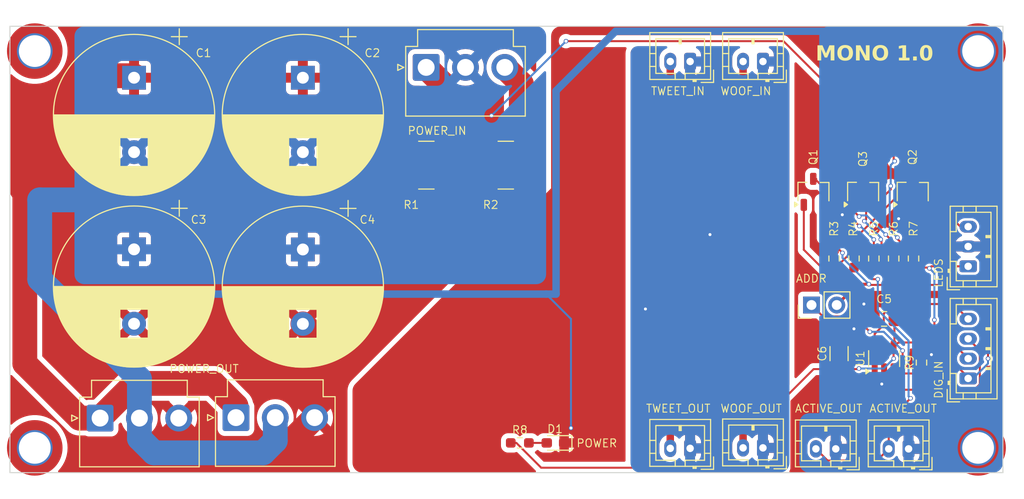
<source format=kicad_pcb>
(kicad_pcb (version 20240108) (generator "pcbnew") (generator_version "8.0")
  (layers (0 "F.Cu" signal) (31 "B.Cu" signal) (34 "B.Paste" user) (35 "F.Paste" user) (36 "B.SilkS" user "B.Silkscreen") (37 "F.SilkS" user "F.Silkscreen") (38 "B.Mask" user) (39 "F.Mask" user) (44 "Edge.Cuts" user))
  (net 0 "")
  (net 1 "VM")
  (net 2 "VP")
  (net 3 "PGND")
  (net 4 "POS")
  (net 5 "NEG")
  (net 6 "3V3")
  (net 7 "SCL")
  (net 8 "SDA")
  (net 9 "TWEETER")
  (net 10 "WOOFER")
  (net 11 "ACTIVE_IN")
  (net 12 "ACTIVE_OUT")
  (net 13 "AGND")
  (net 14 "Net-(Q1-B)")
  (net 15 "Net-(Q1-C)")
  (net 16 "Net-(Q2-B)")
  (net 17 "Net-(Q3-B)")
  (net 18 "ACTIVE_NEG")
  (net 19 "Net-(D1-A)")
  (net 20 "Net-(J12-Pin_1)")
  (footprint "Capacitor_THT:CP_Radial_D16.0mm_P7.50mm" (layer "F.Cu") (at 98.4 95.987246 -90)
    (property "Reference" "C3" (at -2.987246 -6.5 0) (layer "F.SilkS") (effects (font (size 0.8 0.8) (thickness 0.1))))
    (property "Value" "2200u 50V")
    (pad "1" thru_hole rect (at 0 0 270) (size 2.4 2.4) (drill 1.2) (layers "*.Cu" "*.Mask") (net 3 "PGND"))
    (pad "2" thru_hole circle (at 7.5 0 270) (size 2.4 2.4) (drill 1.2) (layers "*.Cu" "*.Mask") (net 5 "NEG"))
  )
  (footprint "Connector_JST:JST_PH_B2B-PH-K_1x02_P2.00mm_Vertical" (layer "F.Cu") (at 154.4 116.05 180)
    (property "Reference" "J9" (hide yes))
    (property "Value" "Conn_01x02_Pin")
    (pad "1" thru_hole roundrect (at 0 0 180) (size 1.2 1.75) (drill 0.75) (layers "*.Cu" "*.Mask") (roundrect_rratio 0.208333) (net 13 "AGND"))
    (pad "2" thru_hole oval (at 2 0 180) (size 1.2 1.75) (drill 0.75) (layers "*.Cu" "*.Mask") (net 9 "TWEETER"))
  )
  (footprint "Connector_JST:JST_PH_B2B-PH-K_1x02_P2.00mm_Vertical" (layer "F.Cu") (at 161.733333 77.05 180)
    (property "Reference" "J3" (hide yes))
    (property "Value" "Conn_01x02_Pin")
    (pad "1" thru_hole roundrect (at 0 0 180) (size 1.2 1.75) (drill 0.75) (layers "*.Cu" "*.Mask") (roundrect_rratio 0.208333) (net 13 "AGND"))
    (pad "2" thru_hole oval (at 2 0 180) (size 1.2 1.75) (drill 0.75) (layers "*.Cu" "*.Mask") (net 10 "WOOFER"))
  )
  (footprint "Capacitor_THT:CP_Radial_D16.0mm_P7.50mm" (layer "F.Cu") (at 98.4 78.687246 -90)
    (property "Reference" "C1" (at -2.487246 -7 0) (layer "F.SilkS") (effects (font (size 0.8 0.8) (thickness 0.1))))
    (property "Value" "2200u 50V")
    (pad "1" thru_hole rect (at 0 0 270) (size 2.4 2.4) (drill 1.2) (layers "*.Cu" "*.Mask") (net 4 "POS"))
    (pad "2" thru_hole circle (at 7.5 0 270) (size 2.4 2.4) (drill 1.2) (layers "*.Cu" "*.Mask") (net 3 "PGND"))
  )
  (footprint "Resistor_SMD:R_0603_1608Metric_Pad0.98x0.95mm_HandSolder" (layer "F.Cu") (at 174.9 96.9125 90)
    (property "Reference" "R6" (at 3 0 90) (layer "F.SilkS") (effects (font (size 0.8 0.8) (thickness 0.1))))
    (property "Value" "10K")
    (pad "1" smd roundrect (at -0.9125 0 90) (size 0.975 0.95) (layers "F.Cu" "F.Paste" "F.Mask") (net 5 "NEG"))
    (pad "2" smd roundrect (at 0.9125 0 90) (size 0.975 0.95) (layers "F.Cu" "F.Paste" "F.Mask") (net 17 "Net-(Q3-B)"))
  )
  (footprint "MountingHole:MountingHole_3.2mm_M3_DIN965_Pad_TopOnly" (layer "F.Cu") (at 88.4 76 90)
    (property "Reference" "H1" (hide yes))
    (property "Value" "MountingHole")
    (pad "1" thru_hole circle (at 0 0 90) (size 3.6 3.6) (drill 3.2) (layers "*.Cu" "*.Mask"))
    (pad "1" connect circle (at 0 0 90) (size 5.6 5.6) (layers "F.Cu" "F.Mask"))
  )
  (footprint "MountingHole:MountingHole_3.2mm_M3_DIN965_Pad_TopOnly" (layer "F.Cu") (at 88.4 116 90)
    (property "Reference" "H3" (hide yes))
    (property "Value" "MountingHole")
    (pad "1" thru_hole circle (at 0 0 90) (size 3.6 3.6) (drill 3.2) (layers "*.Cu" "*.Mask"))
    (pad "1" connect circle (at 0 0 90) (size 5.6 5.6) (layers "F.Cu" "F.Mask"))
  )
  (footprint "MountingHole:MountingHole_3.2mm_M3_DIN965_Pad_TopOnly" (layer "F.Cu") (at 183.4 76 90)
    (property "Reference" "H2" (hide yes))
    (property "Value" "MountingHole")
    (pad "1" thru_hole circle (at 0 0 90) (size 3.6 3.6) (drill 3.2) (layers "*.Cu" "*.Mask"))
    (pad "1" connect circle (at 0 0 90) (size 5.6 5.6) (layers "F.Cu" "F.Mask"))
  )
  (footprint "Connector_JST:JST_VH_B3P-VH-B_1x03_P3.96mm_Vertical" (layer "F.Cu") (at 108.6625 112.95)
    (property "Reference" "J7" (hide yes))
    (property "Value" "Conn_01x03_Male")
    (pad "1" thru_hole roundrect (at 0 0) (size 2.7 2.7) (drill 1.7) (layers "*.Cu" "*.Mask") (roundrect_rratio 0.092593) (net 4 "POS"))
    (pad "2" thru_hole circle (at 3.96 0) (size 2.7 2.7) (drill 1.7) (layers "*.Cu" "*.Mask") (net 3 "PGND"))
    (pad "3" thru_hole circle (at 7.92 0) (size 2.7 2.7) (drill 1.7) (layers "*.Cu" "*.Mask") (net 5 "NEG"))
  )
  (footprint "Connector_JST:JST_VH_B3P-VH-B_1x03_P3.96mm_Vertical" (layer "F.Cu") (at 94.98 113)
    (property "Reference" "J6" (hide yes))
    (property "Value" "Conn_01x03_Male")
    (pad "1" thru_hole roundrect (at 0 0) (size 2.7 2.7) (drill 1.7) (layers "*.Cu" "*.Mask") (roundrect_rratio 0.092593) (net 4 "POS"))
    (pad "2" thru_hole circle (at 3.96 0) (size 2.7 2.7) (drill 1.7) (layers "*.Cu" "*.Mask") (net 3 "PGND"))
    (pad "3" thru_hole circle (at 7.92 0) (size 2.7 2.7) (drill 1.7) (layers "*.Cu" "*.Mask") (net 5 "NEG"))
  )
  (footprint "Package_TO_SOT_SMD:TSOT-23" (layer "F.Cu") (at 166.8 90.19 90)
    (property "Reference" "Q1" (at 3.5 0 90) (layer "F.SilkS") (effects (font (size 0.8 0.8) (thickness 0.1))))
    (property "Value" "BC807")
    (pad "1" smd roundrect (at -1.31 -0.95 90) (size 1.22 0.65) (layers "F.Cu" "F.Paste" "F.Mask") (net 14 "Net-(Q1-B)"))
    (pad "2" smd roundrect (at -1.31 0.95 90) (size 1.22 0.65) (layers "F.Cu" "F.Paste" "F.Mask") (net 6 "3V3"))
    (pad "3" smd roundrect (at 1.31 0 90) (size 1.22 0.65) (layers "F.Cu" "F.Paste" "F.Mask") (net 15 "Net-(Q1-C)"))
  )
  (footprint "Connector_JST:JST_PH_B2B-PH-K_1x02_P2.00mm_Vertical" (layer "F.Cu") (at 161.733333 116 180)
    (property "Reference" "J8" (hide yes))
    (property "Value" "Conn_01x02_Pin")
    (pad "1" thru_hole roundrect (at 0 0 180) (size 1.2 1.75) (drill 0.75) (layers "*.Cu" "*.Mask") (roundrect_rratio 0.208333) (net 13 "AGND"))
    (pad "2" thru_hole oval (at 2 0 180) (size 1.2 1.75) (drill 0.75) (layers "*.Cu" "*.Mask") (net 10 "WOOFER"))
  )
  (footprint "Connector_JST:JST_PH_B2B-PH-K_1x02_P2.00mm_Vertical" (layer "F.Cu") (at 169.066666 116.1 180)
    (property "Reference" "J11" (hide yes))
    (property "Value" "Conn_01x02_Pin")
    (pad "1" thru_hole roundrect (at 0 0 180) (size 1.2 1.75) (drill 0.75) (layers "*.Cu" "*.Mask") (roundrect_rratio 0.208333) (net 3 "PGND"))
    (pad "2" thru_hole oval (at 2 0 180) (size 1.2 1.75) (drill 0.75) (layers "*.Cu" "*.Mask") (net 12 "ACTIVE_OUT"))
  )
  (footprint "Connector_JST:JST_PH_B3B-PH-K_1x03_P2.00mm_Vertical" (layer "F.Cu") (at 182.4 97.7 90)
    (property "Reference" "J13" (hide yes))
    (property "Value" "Conn_01x03_Pin")
    (pad "1" thru_hole roundrect (at 0 0 90) (size 1.2 1.75) (drill 0.75) (layers "*.Cu" "*.Mask") (roundrect_rratio 0.208333) (net 11 "ACTIVE_IN"))
    (pad "2" thru_hole oval (at 2 0 90) (size 1.2 1.75) (drill 0.75) (layers "*.Cu" "*.Mask") (net 3 "PGND"))
    (pad "3" thru_hole oval (at 4 0 90) (size 1.2 1.75) (drill 0.75) (layers "*.Cu" "*.Mask") (net 18 "ACTIVE_NEG"))
  )
  (footprint "Resistor_SMD:R_0603_1608Metric_Pad0.98x0.95mm_HandSolder" (layer "F.Cu") (at 170.9 96.9125 -90)
    (property "Reference" "R4" (at -3 0.07 90) (layer "F.SilkS") (effects (font (size 0.8 0.8) (thickness 0.1))))
    (property "Value" "1K")
    (pad "1" smd roundrect (at -0.9125 0 270) (size 0.975 0.95) (layers "F.Cu" "F.Paste" "F.Mask") (net 18 "ACTIVE_NEG"))
    (pad "2" smd roundrect (at 0.9125 0 270) (size 0.975 0.95) (layers "F.Cu" "F.Paste" "F.Mask") (net 14 "Net-(Q1-B)"))
  )
  (footprint "Resistor_SMD:R_1218_3246Metric_Pad1.22x4.75mm_HandSolder" (layer "F.Cu") (at 127.8375 87.5 180)
    (property "Reference" "R1" (at 1.52 -4 0) (layer "F.SilkS") (effects (font (size 0.8 0.8) (thickness 0.1))))
    (property "Value" "470m 3W")
    (pad "1" smd roundrect (at -1.5625 0 180) (size 1.225 4.75) (layers "F.Cu" "F.Paste" "F.Mask") (roundrect_rratio 0.204082) (net 2 "VP"))
    (pad "2" smd roundrect (at 1.5625 0 180) (size 1.225 4.75) (layers "F.Cu" "F.Paste" "F.Mask") (roundrect_rratio 0.204082) (net 4 "POS"))
  )
  (footprint "Connector_JST:JST_VH_B3P-VH-B_1x03_P3.96mm_Vertical" (layer "F.Cu") (at 127.8175 77.64375)
    (property "Reference" "J1" (hide yes))
    (property "Value" "Conn_01x03_Male")
    (pad "1" thru_hole roundrect (at 0 0) (size 2.7 2.7) (drill 1.7) (layers "*.Cu" "*.Mask") (roundrect_rratio 0.092593) (net 2 "VP"))
    (pad "2" thru_hole circle (at 3.96 0) (size 2.7 2.7) (drill 1.7) (layers "*.Cu" "*.Mask") (net 3 "PGND"))
    (pad "3" thru_hole circle (at 7.92 0) (size 2.7 2.7) (drill 1.7) (layers "*.Cu" "*.Mask") (net 1 "VM"))
  )
  (footprint "Capacitor_SMD:C_0805_2012Metric_Pad1.18x1.45mm_HandSolder" (layer "F.Cu") (at 173.9375 103 180)
    (property "Reference" "C5" (at 0 2 0) (layer "F.SilkS") (effects (font (size 0.8 0.8) (thickness 0.1))))
    (property "Value" "0.1u")
    (pad "1" smd roundrect (at -1.0375 0 180) (size 1.175 1.45) (layers "F.Cu" "F.Paste" "F.Mask") (roundrect_rratio 0.212766) (net 6 "3V3"))
    (pad "2" smd roundrect (at 1.0375 0 180) (size 1.175 1.45) (layers "F.Cu" "F.Paste" "F.Mask") (roundrect_rratio 0.212766) (net 3 "PGND"))
  )
  (footprint "Connector_PinHeader_2.54mm:PinHeader_1x02_P2.54mm_Vertical" (layer "F.Cu") (at 166.625 101.6 90)
    (property "Reference" "J12" (hide yes))
    (property "Value" "Conn_01x02_Pin")
    (pad "1" thru_hole rect (at 0 0 90) (size 1.7 1.7) (drill 1) (layers "*.Cu" "*.Mask") (net 20 "Net-(J12-Pin_1)"))
    (pad "2" thru_hole oval (at 0 2.54 90) (size 1.7 1.7) (drill 1) (layers "*.Cu" "*.Mask") (net 6 "3V3"))
  )
  (footprint "Connector_JST:JST_PH_B2B-PH-K_1x02_P2.00mm_Vertical" (layer "F.Cu") (at 154.4 77.05 180)
    (property "Reference" "J2" (hide yes))
    (property "Value" "Conn_01x02_Pin")
    (pad "1" thru_hole roundrect (at 0 0 180) (size 1.2 1.75) (drill 0.75) (layers "*.Cu" "*.Mask") (roundrect_rratio 0.208333) (net 13 "AGND"))
    (pad "2" thru_hole oval (at 2 0 180) (size 1.2 1.75) (drill 0.75) (layers "*.Cu" "*.Mask") (net 9 "TWEETER"))
  )
  (footprint "Package_TO_SOT_SMD:TSOT-23" (layer "F.Cu") (at 171.8 90.19 90)
    (property "Reference" "Q3" (at 3.31 0 90) (layer "F.SilkS") (effects (font (size 0.8 0.8) (thickness 0.1))))
    (property "Value" "BC817K-40")
    (pad "1" smd roundrect (at -1.31 -0.95 90) (size 1.22 0.65) (layers "F.Cu" "F.Paste" "F.Mask") (net 17 "Net-(Q3-B)"))
    (pad "2" smd roundrect (at -1.31 0.95 90) (size 1.22 0.65) (layers "F.Cu" "F.Paste" "F.Mask") (net 5 "NEG"))
    (pad "3" smd roundrect (at 1.31 0 90) (size 1.22 0.65) (layers "F.Cu" "F.Paste" "F.Mask") (net 12 "ACTIVE_OUT"))
  )
  (footprint "Capacitor_THT:CP_Radial_D16.0mm_P7.50mm" (layer "F.Cu") (at 115.4 96 -90)
    (property "Reference" "C4" (at -3 -6.5 0) (layer "F.SilkS") (effects (font (size 0.8 0.8) (thickness 0.1))))
    (property "Value" "2200u 50V")
    (pad "1" thru_hole rect (at 0 0 270) (size 2.4 2.4) (drill 1.2) (layers "*.Cu" "*.Mask") (net 3 "PGND"))
    (pad "2" thru_hole circle (at 7.5 0 270) (size 2.4 2.4) (drill 1.2) (layers "*.Cu" "*.Mask") (net 5 "NEG"))
  )
  (footprint "Connector_JST:JST_PH_B2B-PH-K_1x02_P2.00mm_Vertical" (layer "F.Cu") (at 176.4 116.1 180)
    (property "Reference" "J10" (hide yes))
    (property "Value" "Conn_01x02_Pin")
    (pad "1" thru_hole roundrect (at 0 0 180) (size 1.2 1.75) (drill 0.75) (layers "*.Cu" "*.Mask") (roundrect_rratio 0.208333) (net 3 "PGND"))
    (pad "2" thru_hole oval (at 2 0 180) (size 1.2 1.75) (drill 0.75) (layers "*.Cu" "*.Mask") (net 12 "ACTIVE_OUT"))
  )
  (footprint "LED_SMD:LED_0603_1608Metric_Pad1.05x0.95mm_HandSolder" (layer "F.Cu") (at 140.8375 115.5 180)
    (property "Reference" "D1" (at 0.0375 1.4 0) (layer "F.SilkS") (effects (font (size 0.8 0.8) (thickness 0.1))))
    (property "Value" "BLUE")
    (pad "1" smd roundrect (at -0.875 0 180) (size 1.05 0.95) (layers "F.Cu" "F.Paste" "F.Mask") (net 3 "PGND"))
    (pad "2" smd roundrect (at 0.875 0 180) (size 1.05 0.95) (layers "F.Cu" "F.Paste" "F.Mask") (net 19 "Net-(D1-A)"))
  )
  (footprint "Resistor_SMD:R_1218_3246Metric_Pad1.22x4.75mm_HandSolder" (layer "F.Cu") (at 135.8375 87.5 180)
    (property "Reference" "R2" (at 1.52 -4 0) (layer "F.SilkS") (effects (font (size 0.8 0.8) (thickness 0.1))))
    (property "Value" "470m 3W")
    (pad "1" smd roundrect (at -1.5625 0 180) (size 1.225 4.75) (layers "F.Cu" "F.Paste" "F.Mask") (roundrect_rratio 0.204082) (net 1 "VM"))
    (pad "2" smd roundrect (at 1.5625 0 180) (size 1.225 4.75) (layers "F.Cu" "F.Paste" "F.Mask") (roundrect_rratio 0.204082) (net 5 "NEG"))
  )
  (footprint "Capacitor_THT:CP_Radial_D16.0mm_P7.50mm" (layer "F.Cu") (at 115.4 78.687246 -90)
    (property "Reference" "C2" (at -2.487246 -7 0) (layer "F.SilkS") (effects (font (size 0.8 0.8) (thickness 0.1))))
    (property "Value" "2200u 50V")
    (pad "1" thru_hole rect (at 0 0 270) (size 2.4 2.4) (drill 1.2) (layers "*.Cu" "*.Mask") (net 4 "POS"))
    (pad "2" thru_hole circle (at 7.5 0 270) (size 2.4 2.4) (drill 1.2) (layers "*.Cu" "*.Mask") (net 3 "PGND"))
  )
  (footprint "Resistor_SMD:R_0603_1608Metric_Pad0.98x0.95mm_HandSolder" (layer "F.Cu") (at 172.9 96.9125 90)
    (property "Reference" "R5" (at 3 0 90) (layer "F.SilkS") (effects (font (size 0.8 0.8) (thickness 0.1))))
    (property "Value" "90K")
    (pad "1" smd roundrect (at -0.9125 0 90) (size 0.975 0.95) (layers "F.Cu" "F.Paste" "F.Mask") (net 17 "Net-(Q3-B)"))
    (pad "2" smd roundrect (at 0.9125 0 90) (size 0.975 0.95) (layers "F.Cu" "F.Paste" "F.Mask") (net 15 "Net-(Q1-C)"))
  )
  (footprint "Connector_JST:JST_PH_B4B-PH-K_1x04_P2.00mm_Vertical" (layer "F.Cu") (at 182.4 109 90)
    (property "Reference" "J5" (hide yes))
    (property "Value" "Conn_01x04_Pin")
    (pad "1" thru_hole roundrect (at 0 0 90) (size 1.2 1.75) (drill 0.75) (layers "*.Cu" "*.Mask") (roundrect_rratio 0.208333) (net 6 "3V3"))
    (pad "2" thru_hole oval (at 2 0 90) (size 1.2 1.75) (drill 0.75) (layers "*.Cu" "*.Mask") (net 11 "ACTIVE_IN"))
    (pad "3" thru_hole oval (at 4 0 90) (size 1.2 1.75) (drill 0.75) (layers "*.Cu" "*.Mask") (net 7 "SCL"))
    (pad "4" thru_hole oval (at 6 0 90) (size 1.2 1.75) (drill 0.75) (layers "*.Cu" "*.Mask") (net 8 "SDA"))
  )
  (footprint "Resistor_SMD:R_0603_1608Metric_Pad0.98x0.95mm_HandSolder" (layer "F.Cu") (at 137.25 115.5 180)
    (property "Reference" "R8" (at 0 1.3 0) (layer "F.SilkS") (effects (font (size 0.8 0.8) (thickness 0.1))))
    (property "Value" "150R")
    (pad "1" smd roundrect (at -0.9125 0 180) (size 0.975 0.95) (layers "F.Cu" "F.Paste" "F.Mask") (net 19 "Net-(D1-A)"))
    (pad "2" smd roundrect (at 0.9125 0 180) (size 0.975 0.95) (layers "F.Cu" "F.Paste" "F.Mask") (net 6 "3V3"))
  )
  (footprint "Resistor_SMD:R_0603_1608Metric_Pad0.98x0.95mm_HandSolder" (layer "F.Cu") (at 176.9 96.9125 90)
    (property "Reference" "R7" (at 3 0 90) (layer "F.SilkS") (effects (font (size 0.8 0.8) (thickness 0.1))))
    (property "Value" "1K")
    (pad "1" smd roundrect (at -0.9125 0 90) (size 0.975 0.95) (layers "F.Cu" "F.Paste" "F.Mask") (net 11 "ACTIVE_IN"))
    (pad "2" smd roundrect (at 0.9125 0 90) (size 0.975 0.95) (layers "F.Cu" "F.Paste" "F.Mask") (net 16 "Net-(Q2-B)"))
  )
  (footprint "Resistor_SMD:R_0603_1608Metric_Pad0.98x0.95mm_HandSolder" (layer "F.Cu") (at 177.7 107.4 90)
    (property "Reference" "R9" (at 0 -1.2 90) (layer "F.SilkS") (effects (font (size 0.8 0.8) (thickness 0.1))))
    (property "Value" "4.7k")
    (pad "1" smd roundrect (at -0.9125 0 90) (size 0.975 0.95) (layers "F.Cu" "F.Paste" "F.Mask") (net 20 "Net-(J12-Pin_1)"))
    (pad "2" smd roundrect (at 0.9125 0 90) (size 0.975 0.95) (layers "F.Cu" "F.Paste" "F.Mask") (net 3 "PGND"))
  )
  (footprint "MountingHole:MountingHole_3.2mm_M3_DIN965_Pad_TopOnly" (layer "F.Cu") (at 183.4 116 90)
    (property "Reference" "H4" (hide yes))
    (property "Value" "MountingHole")
    (pad "1" thru_hole circle (at 0 0 90) (size 3.6 3.6) (drill 3.2) (layers "*.Cu" "*.Mask"))
    (pad "1" connect circle (at 0 0 90) (size 5.6 5.6) (layers "F.Cu" "F.Mask"))
  )
  (footprint "Package_TO_SOT_SMD:TSOT-23" (layer "F.Cu") (at 176.8 90.19 90)
    (property "Reference" "Q2" (at 3.5 0 90) (layer "F.SilkS") (effects (font (size 0.8 0.8) (thickness 0.1))))
    (property "Value" "BC817K-40")
    (pad "1" smd roundrect (at -1.31 -0.95 90) (size 1.22 0.65) (layers "F.Cu" "F.Paste" "F.Mask") (net 16 "Net-(Q2-B)"))
    (pad "2" smd roundrect (at -1.31 0.95 90) (size 1.22 0.65) (layers "F.Cu" "F.Paste" "F.Mask") (net 3 "PGND"))
    (pad "3" smd roundrect (at 1.31 0 90) (size 1.22 0.65) (layers "F.Cu" "F.Paste" "F.Mask") (net 18 "ACTIVE_NEG"))
  )
  (footprint "Resistor_SMD:R_0603_1608Metric_Pad0.98x0.95mm_HandSolder" (layer "F.Cu") (at 168.9 96.9125 90)
    (property "Reference" "R3" (at 3 0 90) (layer "F.SilkS") (effects (font (size 0.8 0.8) (thickness 0.1))))
    (property "Value" "10k")
    (pad "1" smd roundrect (at -0.9125 0 90) (size 0.975 0.95) (layers "F.Cu" "F.Paste" "F.Mask") (net 18 "ACTIVE_NEG"))
    (pad "2" smd roundrect (at 0.9125 0 90) (size 0.975 0.95) (layers "F.Cu" "F.Paste" "F.Mask") (net 6 "3V3"))
  )
  (footprint "Capacitor_SMD:C_1206_3216Metric_Pad1.33x1.80mm_HandSolder" (layer "F.Cu") (at 169.4 106.5 90)
    (property "Reference" "C6" (at 0 -1.7 90) (layer "F.SilkS") (effects (font (size 0.8 0.8) (thickness 0.1))))
    (property "Value" "10u")
    (pad "1" smd roundrect (at -1.5625 0 90) (size 1.325 1.8) (layers "F.Cu" "F.Paste" "F.Mask") (roundrect_rratio 0.188679) (net 6 "3V3"))
    (pad "2" smd roundrect (at 1.5625 0 90) (size 1.325 1.8) (layers "F.Cu" "F.Paste" "F.Mask") (roundrect_rratio 0.188679) (net 3 "PGND"))
  )
  (footprint "Package_TO_SOT_SMD:SOT-23-6" (layer "F.Cu") (at 173.9375 107 90)
    (property "Reference" "U1" (at 0 -2.4 90) (layer "F.SilkS") (effects (font (size 0.8 0.8) (thickness 0.1))))
    (property "Value" "TMP100")
    (pad "1" smd roundrect (at -1.1375 -0.95 90) (size 1.325 0.6) (layers "F.Cu" "F.Paste" "F.Mask") (net 7 "SCL"))
    (pad "2" smd roundrect (at -1.1375 0 90) (size 1.325 0.6) (layers "F.Cu" "F.Paste" "F.Mask") (net 3 "PGND"))
    (pad "3" smd roundrect (at -1.1375 0.95 90) (size 1.325 0.6) (layers "F.Cu" "F.Paste" "F.Mask") (net 20 "Net-(J12-Pin_1)"))
    (pad "4" smd roundrect (at 1.1375 0.95 90) (size 1.325 0.6) (layers "F.Cu" "F.Paste" "F.Mask") (net 6 "3V3"))
    (pad "5" smd roundrect (at 1.1375 0 90) (size 1.325 0.6) (layers "F.Cu" "F.Paste" "F.Mask") (net 6 "3V3"))
    (pad "6" smd roundrect (at 1.1375 -0.95 90) (size 1.325 0.6) (layers "F.Cu" "F.Paste" "F.Mask") (net 8 "SDA"))
  )
  (gr_line (start 85.9 118.5) (end 85.9 73.5) (stroke (width 0.1)) (layer "Edge.Cuts"))
  (gr_line (start 85.9 73.5) (end 185.9 73.5) (stroke (width 0.1)) (layer "Edge.Cuts"))
  (gr_line (start 185.9 73.5) (end 185.9 118.5) (stroke (width 0.1)) (layer "Edge.Cuts"))
  (gr_line (start 185.9 118.5) (end 85.9 118.5) (stroke (width 0.1)) (layer "Edge.Cuts"))
  (gr_text "LEDS" (at 179.9 99.9 90) (layer "F.SilkS") (effects (font (size 0.8 0.8) (thickness 0.1)) (justify left bottom)))
  (gr_text "DIG_IN" (at 179.9 111.1 90) (layer "F.SilkS") (effects (font (size 0.8 0.8) (thickness 0.1)) (justify left bottom)))
  (gr_text "POWER" (at 142.9 116 0) (layer "F.SilkS") (effects (font (size 0.8 0.8) (thickness 0.1)) (justify left bottom)))
  (gr_text "WOOF_OUT" (at 157.4 112.5 0) (layer "F.SilkS") (effects (font (size 0.8 0.8) (thickness 0.1)) (justify left bottom)))
  (gr_text "ADDR" (at 165 99.4 0) (layer "F.SilkS") (effects (font (size 0.8 0.8) (thickness 0.1)) (justify left bottom)))
  (gr_text "ACTIVE_OUT" (at 164.9 112.5 0) (layer "F.SilkS") (effects (font (size 0.8 0.8) (thickness 0.1)) (justify left bottom)))
  (gr_text "POWER_OUT" (at 101.9 108.5 0) (layer "F.SilkS") (effects (font (size 0.8 0.8) (thickness 0.1)) (justify left bottom)))
  (gr_text "POWER_IN" (at 125.9 84.5 0) (layer "F.SilkS") (effects (font (size 0.8 0.8) (thickness 0.1)) (justify left bottom)))
  (gr_text "WOOF_IN" (at 157.4 80.5 0) (layer "F.SilkS") (effects (font (size 0.8 0.8) (thickness 0.1)) (justify left bottom)))
  (gr_text "MONO 1.0" (at 178.9 77.2 0) (layer "F.SilkS") (effects (font (size 1.5 1.5) (thickness 0.1) (bold yes)) (justify right bottom)))
  (gr_text "TWEET_OUT" (at 149.9 112.5 0) (layer "F.SilkS") (effects (font (size 0.8 0.8) (thickness 0.1)) (justify left bottom)))
  (gr_text "TWEET_IN" (at 150.4 80.5 0) (layer "F.SilkS") (effects (font (size 0.8 0.8) (thickness 0.1)) (justify left bottom)))
  (gr_text "ACTIVE_OUT" (at 172.4 112.5 0) (layer "F.SilkS") (effects (font (size 0.8 0.8) (thickness 0.1)) (justify left bottom)))
  (segment (start 137.4 79.30625) (end 137.4 86.69375) (width 2.5) (layer "F.Cu") (net 1))
  (segment (start 135.7375 77.64375) (end 137.4 79.30625) (width 2.5) (layer "F.Cu") (net 1))
  (segment (start 127.8175 77.64375) (end 129.4 79.22625) (width 2.5) (layer "F.Cu") (net 2))
  (segment (start 129.4 79.22625) (end 129.4 87.5) (width 2.5) (layer "F.Cu") (net 2))
  (segment (start 141.775 114.625) (end 142.4 114) (width 0.2) (layer "F.Cu") (net 3))
  (segment (start 172.9 102.5) (end 171.9 101.5) (width 0.2) (layer "F.Cu") (net 3))
  (segment (start 173.9375 109.328851) (end 173.70049 109.565861) (width 0.2) (layer "F.Cu") (net 3))
  (segment (start 177.7 106.4875) (end 178.5875 106.4875) (width 0.3) (layer "F.Cu") (net 3))
  (segment (start 173.9375 108.1375) (end 173.9375 109.328851) (width 0.2) (layer "F.Cu") (net 3))
  (segment (start 178.5875 106.4875) (end 178.7 106.6) (width 0.3) (layer "F.Cu") (net 3))
  (segment (start 169.9625 104.9375) (end 170.9 104) (width 0.2) (layer "F.Cu") (net 3))
  (segment (start 141.775 115.5) (end 141.775 114.625) (width 0.2) (layer "F.Cu") (net 3))
  (via (at 170.9 104) (size 0.45) (drill 0.3) (layers "F.Cu" "B.Cu") (net 3))
  (via (at 169.725 92.5) (size 0.45) (drill 0.3) (layers "F.Cu" "B.Cu") (net 3))
  (via (at 178.7 106.6) (size 0.45) (drill 0.3) (layers "F.Cu" "B.Cu") (net 3))
  (via (at 171.9 101.5) (size 0.45) (drill 0.3) (layers "F.Cu" "B.Cu") (net 3))
  (via (at 175.4 92.9) (size 0.45) (drill 0.3) (layers "F.Cu" "B.Cu") (net 3))
  (via (at 173.70049 109.565861) (size 0.45) (drill 0.3) (layers "F.Cu" "B.Cu") (net 3))
  (via (at 142.4 114) (size 0.45) (drill 0.3) (layers "F.Cu" "B.Cu") (net 3))
  (segment (start 98.94 115.04) (end 98.94 113) (width 2.5) (layer "B.Cu") (net 3))
  (segment (start 111.4 116.5) (end 100.4 116.5) (width 2.5) (layer "B.Cu") (net 3))
  (segment (start 112.6225 112.95) (end 112.6225 115.2775) (width 2.5) (layer "B.Cu") (net 3))
  (segment (start 112.6225 115.2775) (end 111.4 116.5) (width 2.5) (layer "B.Cu") (net 3))
  (segment (start 88.9 91) (end 97.4 91) (width 2.5) (layer "B.Cu") (net 3))
  (segment (start 142.4 103) (end 139.9 100.5) (width 0.2) (layer "B.Cu") (net 3))
  (segment (start 139.9 100.5) (end 92.4 100.5) (width 0.75) (layer "B.Cu") (net 3))
  (segment (start 98.94 109.04) (end 91.4 101.5) (width 2.5) (layer "B.Cu") (net 3))
  (segment (start 167.9 74) (end 146.9 74) (width 0.75) (layer "B.Cu") (net 3))
  (segment (start 140.9 80) (end 140.9 100.5) (width 0.75) (layer "B.Cu") (net 3))
  (segment (start 97.4 91) (end 97.9 90.5) (width 2.5) (layer "B.Cu") (net 3))
  (segment (start 92.4 100.5) (end 91.4 101.5) (width 0.75) (layer "B.Cu") (net 3))
  (segment (start 140.9 100.5) (end 139.9 100.5) (width 0.75) (layer "B.Cu") (net 3))
  (segment (start 98.94 113) (end 98.94 109.04) (width 2.5) (layer "B.Cu") (net 3))
  (segment (start 100.4 116.5) (end 98.94 115.04) (width 2.5) (layer "B.Cu") (net 3))
  (segment (start 88.9 99) (end 88.9 91) (width 2.5) (layer "B.Cu") (net 3))
  (segment (start 142.4 114) (end 142.4 103) (width 0.2) (layer "B.Cu") (net 3))
  (segment (start 146.9 74) (end 140.9 80) (width 0.75) (layer "B.Cu") (net 3))
  (segment (start 91.4 101.5) (end 88.9 99) (width 2.5) (layer "B.Cu") (net 3))
  (segment (start 87.4 85.25) (end 87.4 107.5) (width 2.5) (layer "F.Cu") (net 4))
  (segment (start 94.312754 78.487246) (end 87.8 85) (width 2.5) (layer "F.Cu") (net 4))
  (segment (start 92.9 113) (end 94.98 113) (width 2.5) (layer "F.Cu") (net 4))
  (segment (start 108.6625 112.95) (end 108.6625 111.7625) (width 2.5) (layer "F.Cu") (net 4))
  (segment (start 98.48 109.5) (end 94.98 113) (width 2.5) (layer "F.Cu") (net 4))
  (segment (start 106.4 109.5) (end 98.48 109.5) (width 2.5) (layer "F.Cu") (net 4))
  (segment (start 108.6625 111.7625) (end 106.4 109.5) (width 2.5) (layer "F.Cu") (net 4))
  (segment (start 87.4 107.5) (end 92.9 113) (width 2.5) (layer "F.Cu") (net 4))
  (segment (start 98.4 78.487246) (end 94.312754 78.487246) (width 2.5) (layer "F.Cu") (net 4))
  (segment (start 104.4 116.5) (end 113.0325 116.5) (width 2.5) (layer "F.Cu") (net 5))
  (segment (start 141.9 75) (end 163.8 75) (width 0.2) (layer "F.Cu") (net 5))
  (segment (start 174.9 86.1) (end 174.9 87) (width 0.2) (layer "F.Cu") (net 5))
  (segment (start 113.0325 116.5) (end 116.5825 112.95) (width 2.5) (layer "F.Cu") (net 5))
  (segment (start 102.9 113) (end 102.9 115) (width 2.5) (layer "F.Cu") (net 5))
  (segment (start 173.05 91.5) (end 174.6 89.95) (width 0.2) (layer "F.Cu") (net 5))
  (segment (start 174.9 97.825) (end 175.675 97.05) (width 0.2) (layer "F.Cu") (net 5))
  (segment (start 175.675 95.340686) (end 175.275 94.940686) (width 0.2) (layer "F.Cu") (net 5))
  (segment (start 116.5825 112.95) (end 116.5825 104.6825) (width 2.5) (layer "F.Cu") (net 5))
  (segment (start 174.6 89.95) (end 174.6 89.6) (width 0.2) (layer "F.Cu") (net 5))
  (segment (start 175.275 94.940686) (end 175.275 94.8) (width 0.2) (layer "F.Cu") (net 5))
  (segment (start 174.9 87) (end 175 87.1) (width 0.2) (layer "F.Cu") (net 5))
  (segment (start 175.675 97.05) (end 175.675 95.340686) (width 0.2) (layer "F.Cu") (net 5))
  (segment (start 163.8 75) (end 174.9 86.1) (width 0.2) (layer "F.Cu") (net 5))
  (segment (start 116.5825 104.6825) (end 115.4 103.5) (width 2.5) (layer "F.Cu") (net 5))
  (segment (start 102.9 115) (end 104.4 116.5) (width 2.5) (layer "F.Cu") (net 5))
  (via (at 175 87.1) (size 0.45) (drill 0.3) (layers "F.Cu" "B.Cu") (net 5))
  (via (at 141.9 75) (size 0.45) (drill 0.3) (layers "F.Cu" "B.Cu") (net 5))
  (via (at 134.4 82.5) (size 0.45) (drill 0.3) (layers "F.Cu" "B.Cu") (net 5))
  (via (at 175.275 94.8) (size 0.45) (drill 0.3) (layers "F.Cu" "B.Cu") (net 5))
  (via (at 174.6 89.6) (size 0.45) (drill 0.3) (layers "F.Cu" "B.Cu") (net 5))
  (segment (start 174.6 87.5) (end 174.6 89.6) (width 0.2) (layer "B.Cu") (net 5))
  (segment (start 175 87.1) (end 174.6 87.5) (width 0.2) (layer "B.Cu") (net 5))
  (segment (start 174.5 94.025) (end 174.5 89.7) (width 0.2) (layer "B.Cu") (net 5))
  (segment (start 175.275 94.8) (end 174.5 94.025) (width 0.2) (layer "B.Cu") (net 5))
  (segment (start 134.4 82.5) (end 141.9 75) (width 0.2) (layer "B.Cu") (net 5))
  (segment (start 174.5 89.7) (end 174.6 89.6) (width 0.2) (layer "B.Cu") (net 5))
  (segment (start 174.8875 106.9875) (end 174.9 107) (width 0.2) (layer "F.Cu") (net 6))
  (segment (start 171.265 99.5) (end 172.4 99.5) (width 0.3) (layer "F.Cu") (net 6))
  (segment (start 136.9 115.5) (end 139.4 118) (width 0.2) (layer "F.Cu") (net 6))
  (segment (start 184.4 102.5) (end 181.475 99.575) (width 0.2) (layer "F.Cu") (net 6))
  (segment (start 174.8875 105.8625) (end 174.503185 105.8625) (width 0.2) (layer "F.Cu") (net 6))
  (segment (start 178.875 105.375) (end 175.375 105.375) (width 0.2) (layer "F.Cu") (net 6))
  (segment (start 169.165 101.6) (end 171.265 99.5) (width 0.3) (layer "F.Cu") (net 6))
  (segment (start 139.4 118) (end 163.9 118) (width 0.2) (layer "F.Cu") (net 6))
  (segment (start 172.475 99.575) (end 172.4 99.5) (width 0.2) (layer "F.Cu") (net 6))
  (segment (start 181.475 99.575) (end 172.475 99.575) (width 0.2) (layer "F.Cu") (net 6))
  (segment (start 166.8375 108.0625) (end 169.4 108.0625) (width 0.2) (layer "F.Cu") (net 6))
  (segment (start 174.975 103) (end 174.975 105.775) (width 0.2) (layer "F.Cu") (net 6))
  (segment (start 184.4 107) (end 184.4 102.5) (width 0.2) (layer "F.Cu") (net 6))
  (segment (start 169.4 108.0625) (end 171.3375 108.0625) (width 0.2) (layer "F.Cu") (net 6))
  (segment (start 167.75 91.5) (end 167.75 94.85) (width 0.2) (layer "F.Cu") (net 6))
  (segment (start 136.3375 115.5) (end 136.9 115.5) (width 0.2) (layer "F.Cu") (net 6))
  (segment (start 168.9 96) (end 169.4 96) (width 0.2) (layer "F.Cu") (net 6))
  (segment (start 182.4 108.9) (end 178.875 105.375) (width 0.2) (layer "F.Cu") (net 6))
  (segment (start 174.503185 105.8625) (end 174.220342 105.579657) (width 0.2) (layer "F.Cu") (net 6))
  (segment (start 175.375 105.375) (end 174.8875 105.8625) (width 0.2) (layer "F.Cu") (net 6))
  (segment (start 163.9 111) (end 166.8375 108.0625) (width 0.2) (layer "F.Cu") (net 6))
  (segment (start 171.3375 108.0625) (end 171.4 108) (width 0.2) (layer "F.Cu") (net 6))
  (segment (start 167.75 94.85) (end 168.9 96) (width 0.2) (layer "F.Cu") (net 6))
  (segment (start 163.9 118) (end 163.9 111) (width 0.2) (layer "F.Cu") (net 6))
  (segment (start 174.8875 105.8625) (end 174.8875 106.9875) (width 0.2) (layer "F.Cu") (net 6))
  (segment (start 169.4 96) (end 169.743413 96.343413) (width 0.2) (layer "F.Cu") (net 6))
  (via (at 172.4 99.5) (size 0.45) (drill 0.3) (layers "F.Cu" "B.Cu") (net 6))
  (via (at 171.4 108) (size 0.45) (drill 0.3) (layers "F.Cu" "B.Cu") (net 6))
  (via (at 169.743413 96.343413) (size 0.45) (drill 0.3) (layers "F.Cu" "B.Cu") (net 6))
  (via (at 174.9 107) (size 0.45) (drill 0.3) (layers "F.Cu" "B.Cu") (net 6))
  (via (at 184.4 107) (size 0.45) (drill 0.3) (layers "F.Cu" "B.Cu") (net 6))
  (segment (start 169.743413 96.843413) (end 169.743413 96.343413) (width 0.2) (layer "B.Cu") (net 6))
  (segment (start 171.4 108) (end 173.9 108) (width 0.2) (layer "B.Cu") (net 6))
  (segment (start 172.4 99.5) (end 169.743413 96.843413) (width 0.2) (layer "B.Cu") (net 6))
  (segment (start 182.9 109) (end 184.4 107.5) (width 0.2) (layer "B.Cu") (net 6))
  (segment (start 184.4 107.5) (end 184.4 107) (width 0.2) (layer "B.Cu") (net 6))
  (segment (start 173.9 108) (end 174.9 107) (width 0.2) (layer "B.Cu") (net 6))
  (segment (start 183.575 106.175) (end 183.575 109.584744) (width 0.2) (layer "F.Cu") (net 7))
  (segment (start 183.018883 110.140861) (end 173.12549 110.140861) (width 0.2) (layer "F.Cu") (net 7))
  (segment (start 172.9875 110.002871) (end 172.9875 108.1375) (width 0.2) (layer "F.Cu") (net 7))
  (segment (start 182.4 105) (end 183.575 106.175) (width 0.2) (layer "F.Cu") (net 7))
  (segment (start 183.575 109.584744) (end 183.018883 110.140861) (width 0.2) (layer "F.Cu") (net 7))
  (segment (start 173.12549 110.140861) (end 172.9875 110.002871) (width 0.2) (layer "F.Cu") (net 7))
  (segment (start 172.9875 104.509744) (end 173.9 103.597244) (width 0.2) (layer "F.Cu") (net 8))
  (segment (start 173.9 103.597244) (end 173.9 102.477756) (width 0.2) (layer "F.Cu") (net 8))
  (segment (start 174.877756 101.5) (end 180.9 101.5) (width 0.2) (layer "F.Cu") (net 8))
  (segment (start 180.9 101.5) (end 182.4 103) (width 0.2) (layer "F.Cu") (net 8))
  (segment (start 173.9 102.477756) (end 174.877756 101.5) (width 0.2) (layer "F.Cu") (net 8))
  (segment (start 172.9875 105.8625) (end 172.9875 104.509744) (width 0.2) (layer "F.Cu") (net 8))
  (segment (start 152.4 77.05) (end 152.4 116.05) (width 0.75) (layer "F.Cu") (net 9))
  (segment (start 159.733333 77.05) (end 159.733333 116) (width 0.75) (layer "F.Cu") (net 10))
  (segment (start 176.9 97.825) (end 178.424994 97.825) (width 0.2) (layer "F.Cu") (net 11))
  (segment (start 179 103.6) (end 179 103.1) (width 0.2) (layer "F.Cu") (net 11))
  (segment (start 182.4 107) (end 179 103.6) (width 0.2) (layer "F.Cu") (net 11))
  (segment (start 178.424994 97.825) (end 178.5 97.900006) (width 0.2) (layer "F.Cu") (net 11))
  (segment (start 182.4 97.7) (end 178.700006 97.7) (width 0.2) (layer "F.Cu") (net 11))
  (segment (start 178.700006 97.7) (end 178.5 97.900006) (width 0.2) (layer "F.Cu") (net 11))
  (via (at 179 103.1) (size 0.45) (drill 0.3) (layers "F.Cu" "B.Cu") (net 11))
  (via (at 178.5 97.900006) (size 0.45) (drill 0.3) (layers "F.Cu" "B.Cu") (net 11))
  (segment (start 179 98.400006) (end 178.5 97.900006) (width 0.2) (layer "B.Cu") (net 11))
  (segment (start 179 103.1) (end 179 98.400006) (width 0.2) (layer "B.Cu") (net 11))
  (segment (start 172.433278 97.0375) (end 173.116722 97.0375) (width 0.2) (layer "F.Cu") (net 12))
  (segment (start 172.125 92.961826) (end 171.943413 93.143413) (width 0.2) (layer "F.Cu") (net 12))
  (segment (start 173.116722 97.0375) (end 173.675 96.479222) (width 0.2) (layer "F.Cu") (net 12))
  (segment (start 173.225 117.275) (end 174.4 116.1) (width 0.2) (layer "F.Cu") (net 12))
  (segment (start 173.675 95.064898) (end 173.599831 94.989729) (width 0.2) (layer "F.Cu") (net 12))
  (segment (start 172.125 97.345778) (end 172.433278 97.0375) (width 0.2) (layer "F.Cu") (net 12))
  (segment (start 171.8 88.88) (end 172.125 89.205) (width 0.2) (layer "F.Cu") (net 12))
  (segment (start 174.4 113.2) (end 174.4 116.1) (width 0.2) (layer "F.Cu") (net 12))
  (segment (start 167.066666 116.1) (end 168.241666 117.275) (width 0.2) (layer "F.Cu") (net 12))
  (segment (start 176.6 111) (end 174.4 113.2) (width 0.2) (layer "F.Cu") (net 12))
  (segment (start 172.125 89.205) (end 172.125 92.961826) (width 0.2) (layer "F.Cu") (net 12))
  (segment (start 173.675 96.479222) (end 173.675 95.064898) (width 0.2) (layer "F.Cu") (net 12))
  (segment (start 168.241666 117.275) (end 173.225 117.275) (width 0.2) (layer "F.Cu") (net 12))
  (segment (start 172.125 98.304222) (end 172.125 97.345778) (width 0.2) (layer "F.Cu") (net 12))
  (segment (start 172.06 89.14) (end 171.8 88.88) (width 0.2) (layer "F.Cu") (net 12))
  (segment (start 173.3 99) (end 172.820778 99) (width 0.2) (layer "F.Cu") (net 12))
  (segment (start 172.820778 99) (end 172.125 98.304222) (width 0.2) (layer "F.Cu") (net 12))
  (via (at 171.943413 93.143413) (size 0.45) (drill 0.3) (layers "F.Cu" "B.Cu") (net 12))
  (via (at 173.3 99) (size 0.45) (drill 0.3) (layers "F.Cu" "B.Cu") (net 12))
  (via (at 176.6 111) (size 0.45) (drill 0.3) (layers "F.Cu" "B.Cu") (net 12))
  (via (at 173.599831 94.989729) (size 0.45) (drill 0.3) (layers "F.Cu" "B.Cu") (net 12))
  (segment (start 173.599831 94.799831) (end 171.943413 93.143413) (width 0.2) (layer "B.Cu") (net 12))
  (segment (start 173.599831 94.989729) (end 173.599831 94.799831) (width 0.2) (layer "B.Cu") (net 12))
  (segment (start 173.3 99) (end 173.3 102.1) (width 0.2) (layer "B.Cu") (net 12))
  (segment (start 173.3 102.1) (end 176.4 105.2) (width 0.2) (layer "B.Cu") (net 12))
  (segment (start 176.4 110.8) (end 176.6 111) (width 0.2) (layer "B.Cu") (net 12))
  (segment (start 176.4 105.2) (end 176.4 110.8) (width 0.2) (layer "B.Cu") (net 12))
  (via (at 149.9 102) (size 0.45) (drill 0.3) (layers "F.Cu" "B.Cu") (net 13))
  (via (at 156.4 94.5) (size 0.45) (drill 0.3) (layers "F.Cu" "B.Cu") (net 13))
  (segment (start 170.025 98.7) (end 170.9 97.825) (width 0.2) (layer "F.Cu") (net 14))
  (segment (start 168.520778 98.7) (end 170.025 98.7) (width 0.2) (layer "F.Cu") (net 14))
  (segment (start 165.85 96.029222) (end 168.520778 98.7) (width 0.2) (layer "F.Cu") (net 14))
  (segment (start 165.85 91.5) (end 165.85 96.029222) (width 0.2) (layer "F.Cu") (net 14))
  (segment (start 170.3 92.218576) (end 170.3 92.5) (width 0.2) (layer "F.Cu") (net 15))
  (segment (start 167.1 89.018576) (end 170.3 92.218576) (width 0.2) (layer "F.Cu") (net 15))
  (segment (start 167.1 88.88) (end 167.1 89.018576) (width 0.2) (layer "F.Cu") (net 15))
  (segment (start 170.3 92.5) (end 171.443413 93.643413) (width 0.2) (layer "F.Cu") (net 15))
  (segment (start 172.9 95) (end 172.9 96) (width 0.2) (layer "F.Cu") (net 15))
  (via (at 171.443413 93.643413) (size 0.45) (drill 0.3) (layers "F.Cu" "B.Cu") (net 15))
  (via (at 172.9 95) (size 0.45) (drill 0.3) (layers "F.Cu" "B.Cu") (net 15))
  (segment (start 171.543413 93.643413) (end 171.443413 93.643413) (width 0.2) (layer "B.Cu") (net 15))
  (segment (start 172.9 95) (end 171.543413 93.643413) (width 0.2) (layer "B.Cu") (net 15))
  (segment (start 176.9 92.55) (end 176.9 96) (width 0.2) (layer "F.Cu") (net 16))
  (segment (start 175.85 91.5) (end 176.9 92.55) (width 0.2) (layer "F.Cu") (net 16))
  (segment (start 170.85 92.110253) (end 171.419227 92.67948) (width 0.2) (layer "F.Cu") (net 17))
  (segment (start 173.075 97.825) (end 174.9 96) (width 0.2) (layer "F.Cu") (net 17))
  (segment (start 170.85 91.5) (end 170.85 92.110253) (width 0.2) (layer "F.Cu") (net 17))
  (segment (start 174.9 96) (end 174.9 95.3) (width 0.2) (layer "F.Cu") (net 17))
  (segment (start 174.9 95.3) (end 174.1 94.5) (width 0.2) (layer "F.Cu") (net 17))
  (via (at 171.419227 92.67948) (size 0.45) (drill 0.3) (layers "F.Cu" "B.Cu") (net 17))
  (via (at 174.1 94.5) (size 0.45) (drill 0.3) (layers "F.Cu" "B.Cu") (net 17))
  (segment (start 172.168413 92.568413) (end 171.530294 92.568413) (width 0.2) (layer "B.Cu") (net 17))
  (segment (start 174.1 94.5) (end 172.168413 92.568413) (width 0.2) (layer "B.Cu") (net 17))
  (segment (start 171.530294 92.568413) (end 171.419227 92.67948) (width 0.2) (layer "B.Cu") (net 17))
  (segment (start 169.075 97.825) (end 170.9 96) (width 0.2) (layer "F.Cu") (net 18))
  (segment (start 182.4 93.7) (end 181.62 93.7) (width 0.2) (layer "F.Cu") (net 18))
  (segment (start 170.9 96) (end 170.9 95) (width 0.2) (layer "F.Cu") (net 18))
  (segment (start 170.9 95) (end 176.618576 89.281424) (width 0.2) (layer "F.Cu") (net 18))
  (segment (start 181.62 93.7) (end 176.8 88.88) (width 0.2) (layer "F.Cu") (net 18))
  (segment (start 138.1625 115.5) (end 139.9 115.5) (width 0.2) (layer "F.Cu") (net 19))
  (segment (start 175.8 107.225) (end 175.8 106.2) (width 0.2) (layer "F.Cu") (net 20))
  (segment (start 167.775 102.75) (end 166.625 101.6) (width 0.2) (layer "F.Cu") (net 20))
  (segment (start 170.95 102.75) (end 167.775 102.75) (width 0.2) (layer "F.Cu") (net 20))
  (segment (start 172.5 104.3) (end 170.95 102.75) (width 0.2) (layer "F.Cu") (net 20))
  (segment (start 174.8875 108.1375) (end 175.8 107.225) (width 0.2) (layer "F.Cu") (net 20))
  (segment (start 175.25 108.5) (end 177.4375 108.5) (width 0.2) (layer "F.Cu") (net 20))
  (segment (start 174.8875 108.1375) (end 175.25 108.5) (width 0.2) (layer "F.Cu") (net 20))
  (via (at 172.5 104.3) (size 0.45) (drill 0.3) (layers "F.Cu" "B.Cu") (net 20))
  (via (at 175.8 106.2) (size 0.45) (drill 0.3) (layers "F.Cu" "B.Cu") (net 20))
  (segment (start 173.9 104.3) (end 172.5 104.3) (width 0.2) (layer "B.Cu") (net 20))
  (segment (start 175.8 106.2) (end 173.9 104.3) (width 0.2) (layer "B.Cu") (net 20))
  (zone (net 3) (net_name "PGND") (layer "F.Cu") (priority 5) (connect_pads (clearance 0.5)) (min_thickness 0.25) (fill yes (thermal_gap 0.5) (thermal_bridge_width 1) (smoothing fillet) (radius 1))
    (polygon (pts (xy 140.4 72.5) (xy 179.4 72.5) (xy 179.4 72.7) (xy 186.9 72.7) (xy 186.9 111.5) (xy 186.4 112) (xy 186.3 112) (xy 186.3 119.4) (xy 179.4 119.5) (xy 120.4 119.5) (xy 120.4 109.835806) (xy 140.4 89.835806)))
  )
  (zone (net 5) (net_name "NEG") (layer "F.Cu") (priority 2) (connect_pads (clearance 0.5)) (min_thickness 0.25) (fill yes (thermal_gap 0.5) (thermal_bridge_width 1) (smoothing fillet) (radius 1))
    (polygon (pts (xy 130.9 91.5) (xy 86.9 91.5) (xy 84.9 89.5) (xy 84.9 120.2) (xy 108.9 120.2) (xy 122.5 120.2) (xy 138.9 90.269851) (xy 138.9 72.5) (xy 132.4 72.5) (xy 130.9 72.5)))
  )
  (zone (net 4) (net_name "POS") (layer "F.Cu") (priority 1) (connect_pads (clearance 0.5)) (min_thickness 0.25) (fill yes (thermal_gap 0.5) (thermal_bridge_width 1) (smoothing fillet) (radius 1))
    (polygon (pts (xy 130.9 73.5) (xy 130.9 91.5) (xy 86.9 91.5) (xy 84.9 89.5) (xy 84.9 80) (xy 85.3 80) (xy 85.3 73) (xy 122.9 73)))
  )
  (zone (net 13) (net_name "AGND") (layers "F&B.Cu") (priority 10) (connect_pads (clearance 0.5)) (min_thickness 0.25) (fill yes (thermal_gap 0.5) (thermal_bridge_width 1) (smoothing fillet) (radius 1))
    (polygon (pts (xy 164.4 119) (xy 164.4 75.5) (xy 149.9 75.5) (xy 148.4 75.5) (xy 148.4 120.5) (xy 162.9 120.5)))
  )
  (zone (net 3) (net_name "PGND") (layer "B.Cu") (connect_pads (clearance 0.5)) (min_thickness 0.25) (fill yes (thermal_gap 0.5) (thermal_bridge_width 1) (smoothing fillet) (radius 1))
    (polygon (pts (xy 139.9 99.5) (xy 92.4 99.5) (xy 92.4 73) (xy 139.9 73)))
  )
  (zone (net 3) (net_name "PGND") (layer "B.Cu") (priority 3) (connect_pads (clearance 0.25)) (min_thickness 0.25) (fill yes (thermal_gap 0.5) (thermal_bridge_width 1) (smoothing fillet) (radius 1))
    (polygon (pts (xy 187.2 73.5) (xy 187.2 79.5) (xy 186.9 79.5) (xy 186.9 112) (xy 187 112) (xy 187 119.7) (xy 178.9 119) (xy 165.4 119) (xy 165.4 112.5) (xy 167.4 112.5) (xy 167.4 89.949993) (xy 167.4 73.5)))
  )
)
</source>
